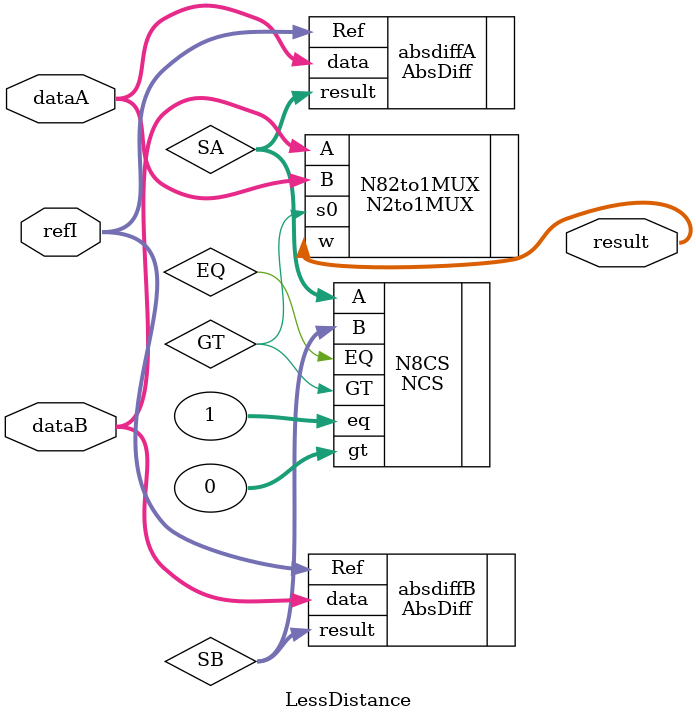
<source format=sv>
 `timescale 1ns/1ns
module LessDistance (input [7:0] dataA, dataB, refI, output [7:0] result);
	wire [7:0] SA;
	wire [7:0] SB;
	wire EQ;
	wire GT;
	AbsDiff absdiffA(.data(dataA), .Ref(refI), .result(SA));
	AbsDiff absdiffB(.data(dataB), .Ref(refI), .result(SB));
	NCS #(.S(8)) N8CS (.A(SA), .B(SB), .eq(1), .gt(0), .EQ(EQ), .GT(GT));
	//assign result = GT ? dataA : dataB;
	N2to1MUX #(.S(8)) N82to1MUX(.A(dataB), .B(dataA), .s0(GT), .w(result));
	
endmodule
</source>
